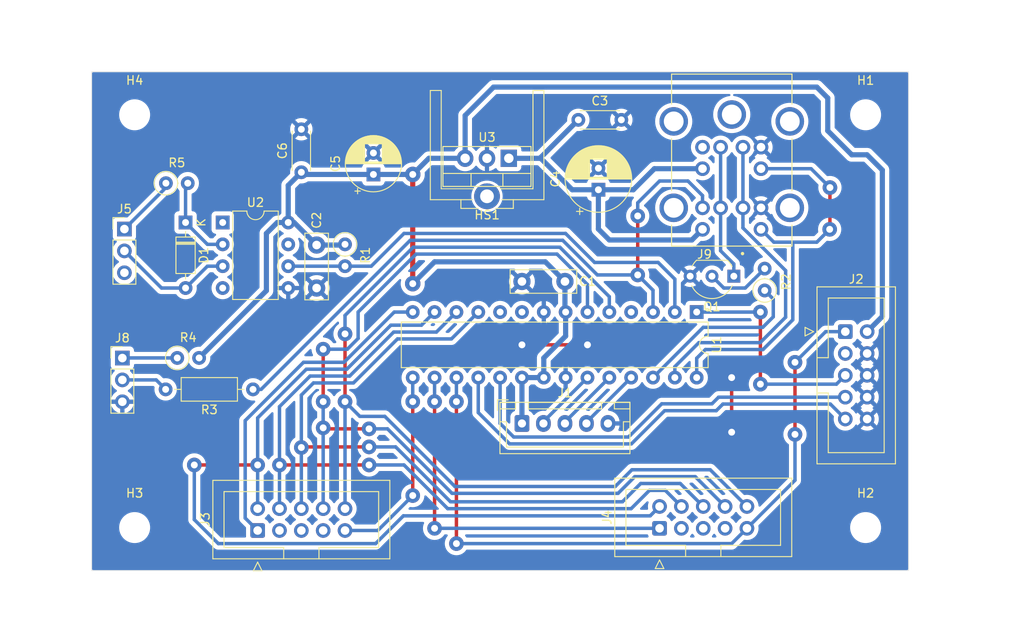
<source format=kicad_pcb>
(kicad_pcb (version 20240108) (generator "pcbnew") (generator_version "8.0")
  (layers (0 "F.Cu" signal) (31 "B.Cu" signal) (34 "B.Paste" user) (35 "F.Paste" user) (36 "B.SilkS" user "B.Silkscreen") (37 "F.SilkS" user "F.Silkscreen") (38 "B.Mask" user) (39 "F.Mask" user) (44 "Edge.Cuts" user))
  (net 0 "")
  (net 1 "MOSI")
  (net 2 "+5V")
  (net 3 "+12V")
  (net 4 "GND")
  (net 5 "Reset")
  (net 6 "SCK")
  (net 7 "MISO")
  (net 8 "Net-(D1-K)")
  (net 9 "Net-(D1-A)")
  (net 11 "Net-(J1-Pin_3)")
  (net 12 "Net-(J1-Pin_4)")
  (net 13 "Net-(J1-Pin_2)")
  (net 15 "Net-(J3-Pin_6)")
  (net 16 "L3")
  (net 17 "Net-(J3-Pin_2)")
  (net 19 "Net-(J3-Pin_4)")
  (net 20 "L2")
  (net 21 "L1")
  (net 22 "RXD")
  (net 23 "Interrupt")
  (net 24 "Net-(Q1-C)")
  (net 25 "TXD")
  (net 26 "Net-(J3-Pin_10)")
  (net 27 "Net-(J3-Pin_8)")
  (net 33 "Net-(J5-Pin_1)")
  (net 35 "SDA")
  (net 36 "SCL")
  (net 37 "Net-(J8-Pin_1)")
  (net 38 "Net-(J8-Pin_2)")
  (net 46 "Net-(Q1-B)")
  (footprint "SnapEDA:SWITCHCRAFT_DMD6FRA111" (layer "F.Cu") (at 184.673 52.339)
    (property "Reference" "J9" (at -3.175 20.955 0) (layer "F.SilkS"))
    (property "Value" "Controller")
    (pad "" np_thru_hole circle (at -6.75 5.5) (size 3.316 3.316) (drill 2.3) (layers "F&B.Cu" "*.Mask"))
    (pad "" np_thru_hole circle (at -6.75 15.55) (size 3.316 3.316) (drill 2.3) (layers "F&B.Cu" "*.Mask"))
    (pad "" np_thru_hole circle (at 0 4.7) (size 3.316 3.316) (drill 2.3) (layers "F&B.Cu" "*.Mask"))
    (pad "" np_thru_hole circle (at 6.75 5.5) (size 3.316 3.316) (drill 2.3) (layers "F&B.Cu" "*.Mask"))
    (pad "" np_thru_hole circle (at 6.75 15.55) (size 3.316 3.316) (drill 2.3) (layers "F&B.Cu" "*.Mask"))
    (pad "1_1" thru_hole circle (at 1.3 8.5) (size 1.7 1.7) (drill 1) (layers "*.Cu" "*.Mask") (net 35 "SDA"))
    (pad "1_2" thru_hole circle (at 1.3 15.55) (size 1.7 1.7) (drill 1) (layers "*.Cu" "*.Mask") (net 35 "SDA"))
    (pad "2_1" thru_hole circle (at -1.3 8.5) (size 1.7 1.7) (drill 1) (layers "*.Cu" "*.Mask") (net 24 "Net-(Q1-C)"))
    (pad "2_2" thru_hole circle (at -1.3 15.55) (size 1.7 1.7) (drill 1) (layers "*.Cu" "*.Mask") (net 24 "Net-(Q1-C)"))
    (pad "3_1" thru_hole circle (at 3.4 8.5) (size 1.7 1.7) (drill 1) (layers "*.Cu" "*.Mask") (net 4 "GND"))
    (pad "3_2" thru_hole circle (at 3.4 15.55) (size 1.7 1.7) (drill 1) (layers "*.Cu" "*.Mask") (net 4 "GND"))
    (pad "4_1" thru_hole circle (at -3.4 8.5) (size 1.7 1.7) (drill 1) (layers "*.Cu" "*.Mask"))
    (pad "4_2" thru_hole circle (at -3.4 15.55) (size 1.7 1.7) (drill 1) (layers "*.Cu" "*.Mask") (net 25 "TXD"))
    (pad "5_1" thru_hole circle (at 3.4 11) (size 1.7 1.7) (drill 1) (layers "*.Cu" "*.Mask") (net 36 "SCL"))
    (pad "5_2" thru_hole circle (at 3.4 18.05) (size 1.7 1.7) (drill 1) (layers "*.Cu" "*.Mask") (net 36 "SCL"))
    (pad "6_1" thru_hole circle (at -3.4 11) (size 1.7 1.7) (drill 1) (layers "*.Cu" "*.Mask") (net 3 "+12V"))
    (pad "6_2" thru_hole circle (at -3.4 18.05) (size 1.7 1.7) (drill 1) (layers "*.Cu" "*.Mask") (net 3 "+12V"))
  )
  (footprint "MountingHole:MountingHole_3mm" (layer "F.Cu") (at 200.236 57.07)
    (property "Reference" "H1" (at 0 -4 0) (layer "F.SilkS"))
    (property "Value" "MountingHole")
    (pad "" np_thru_hole circle (at 0 0) (size 3 3) (drill 3) (layers "*.Cu" "*.Mask"))
  )
  (footprint "Connector_IDC:IDC-Header_2x05_P2.54mm_Vertical" (layer "F.Cu") (at 176.276 105.156 90)
    (property "Reference" "J4" (at 1.27 -6.1 -90) (layer "F.SilkS"))
    (property "Value" "ToeRight")
    (pad "1" thru_hole roundrect (at 0 0 90) (size 1.7 1.7) (drill 1) (layers "*.Cu" "*.Mask") (roundrect_rratio 0.147059) (net 16 "L3"))
    (pad "2" thru_hole circle (at 2.54 0 90) (size 1.7 1.7) (drill 1) (layers "*.Cu" "*.Mask") (net 17 "Net-(J3-Pin_2)"))
    (pad "3" thru_hole circle (at 0 2.54 90) (size 1.7 1.7) (drill 1) (layers "*.Cu" "*.Mask"))
    (pad "4" thru_hole circle (at 2.54 2.54 90) (size 1.7 1.7) (drill 1) (layers "*.Cu" "*.Mask") (net 19 "Net-(J3-Pin_4)"))
    (pad "5" thru_hole circle (at 0 5.08 90) (size 1.7 1.7) (drill 1) (layers "*.Cu" "*.Mask"))
    (pad "6" thru_hole circle (at 2.54 5.08 90) (size 1.7 1.7) (drill 1) (layers "*.Cu" "*.Mask") (net 15 "Net-(J3-Pin_6)"))
    (pad "7" thru_hole circle (at 0 7.62 90) (size 1.7 1.7) (drill 1) (layers "*.Cu" "*.Mask"))
    (pad "8" thru_hole circle (at 2.54 7.62 90) (size 1.7 1.7) (drill 1) (layers "*.Cu" "*.Mask") (net 27 "Net-(J3-Pin_8)"))
    (pad "9" thru_hole circle (at 0 10.16 90) (size 1.7 1.7) (drill 1) (layers "*.Cu" "*.Mask") (net 1 "MOSI"))
    (pad "10" thru_hole circle (at 2.54 10.16 90) (size 1.7 1.7) (drill 1) (layers "*.Cu" "*.Mask") (net 26 "Net-(J3-Pin_10)"))
  )
  (footprint "Connector_IDC:IDC-Header_2x05_P2.54mm_Vertical" (layer "F.Cu") (at 197.8755 82.2865)
    (property "Reference" "J2" (at 1.27 -6.1 0) (layer "F.SilkS"))
    (property "Value" "ISP")
    (pad "1" thru_hole roundrect (at 0 0) (size 1.7 1.7) (drill 1) (layers "*.Cu" "*.Mask") (roundrect_rratio 0.147059) (net 1 "MOSI"))
    (pad "2" thru_hole circle (at 2.54 0) (size 1.7 1.7) (drill 1) (layers "*.Cu" "*.Mask") (net 2 "+5V"))
    (pad "3" thru_hole circle (at 0 2.54) (size 1.7 1.7) (drill 1) (layers "*.Cu" "*.Mask"))
    (pad "4" thru_hole circle (at 2.54 2.54) (size 1.7 1.7) (drill 1) (layers "*.Cu" "*.Mask") (net 4 "GND"))
    (pad "5" thru_hole circle (at 0 5.08) (size 1.7 1.7) (drill 1) (layers "*.Cu" "*.Mask") (net 5 "Reset"))
    (pad "6" thru_hole circle (at 2.54 5.08) (size 1.7 1.7) (drill 1) (layers "*.Cu" "*.Mask") (net 4 "GND"))
    (pad "7" thru_hole circle (at 0 7.62) (size 1.7 1.7) (drill 1) (layers "*.Cu" "*.Mask") (net 6 "SCK"))
    (pad "8" thru_hole circle (at 2.54 7.62) (size 1.7 1.7) (drill 1) (layers "*.Cu" "*.Mask") (net 4 "GND"))
    (pad "9" thru_hole circle (at 0 10.16) (size 1.7 1.7) (drill 1) (layers "*.Cu" "*.Mask") (net 7 "MISO"))
    (pad "10" thru_hole circle (at 2.54 10.16) (size 1.7 1.7) (drill 1) (layers "*.Cu" "*.Mask") (net 4 "GND"))
  )
  (footprint "Resistor_THT:R_Axial_DIN0207_L6.3mm_D2.5mm_P2.54mm_Vertical" (layer "F.Cu") (at 120.192 85.344)
    (property "Reference" "R4" (at 1.27 -2.37 0) (layer "F.SilkS"))
    (property "Value" "220")
    (pad "1" thru_hole circle (at 0 0) (size 1.6 1.6) (drill 0.8) (layers "*.Cu" "*.Mask") (net 37 "Net-(J8-Pin_1)"))
    (pad "2" thru_hole oval (at 2.54 0) (size 1.6 1.6) (drill 0.8) (layers "*.Cu" "*.Mask") (net 2 "+5V"))
  )
  (footprint "Capacitor_THT:CP_Radial_D7.5mm_P2.50mm" (layer "F.Cu") (at 169.164 65.786 90)
    (property "Reference" "C4" (at 1.25 -5 -90) (layer "F.SilkS"))
    (property "Value" "33uF")
    (pad "1" thru_hole rect (at 0 0 90) (size 1.6 1.6) (drill 0.8) (layers "*.Cu" "*.Mask") (net 3 "+12V"))
    (pad "2" thru_hole circle (at 2.5 0 90) (size 1.6 1.6) (drill 0.8) (layers "*.Cu" "*.Mask") (net 4 "GND"))
  )
  (footprint "Capacitor_THT:CP_Radial_D6.3mm_P2.50mm" (layer "F.Cu") (at 143.002 64.008 90)
    (property "Reference" "C5" (at 1.25 -4.4 -90) (layer "F.SilkS"))
    (property "Value" "10uF")
    (pad "1" thru_hole rect (at 0 0 90) (size 1.6 1.6) (drill 0.8) (layers "*.Cu" "*.Mask") (net 2 "+5V"))
    (pad "2" thru_hole circle (at 2.5 0 90) (size 1.6 1.6) (drill 0.8) (layers "*.Cu" "*.Mask") (net 4 "GND"))
  )
  (footprint "Capacitor_THT:C_Disc_D4.3mm_W1.9mm_P5.00mm" (layer "F.Cu") (at 134.62 63.754 90)
    (property "Reference" "C6" (at 2.5 -2.2 -90) (layer "F.SilkS"))
    (property "Value" "100nF")
    (pad "1" thru_hole circle (at 0 0 90) (size 1.6 1.6) (drill 0.8) (layers "*.Cu" "*.Mask") (net 2 "+5V"))
    (pad "2" thru_hole circle (at 5 0 90) (size 1.6 1.6) (drill 0.8) (layers "*.Cu" "*.Mask") (net 4 "GND"))
  )
  (footprint "Resistor_THT:R_Axial_DIN0207_L6.3mm_D2.5mm_P10.16mm_Horizontal" (layer "F.Cu") (at 129 89 180)
    (property "Reference" "R3" (at 5.08 -2.37 180) (layer "F.SilkS"))
    (property "Value" "220")
    (pad "1" thru_hole circle (at 0 0 180) (size 1.6 1.6) (drill 0.8) (layers "*.Cu" "*.Mask") (net 25 "TXD"))
    (pad "2" thru_hole oval (at 10.16 0 180) (size 1.6 1.6) (drill 0.8) (layers "*.Cu" "*.Mask") (net 38 "Net-(J8-Pin_2)"))
  )
  (footprint "MountingHole:MountingHole_3mm" (layer "F.Cu") (at 115.236 57.07)
    (property "Reference" "H4" (at 0 -4 0) (layer "F.SilkS"))
    (property "Value" "MountingHole")
    (pad "" np_thru_hole circle (at 0 0) (size 3 3) (drill 3) (layers "*.Cu" "*.Mask"))
  )
  (footprint "Capacitor_THT:C_Disc_D7.5mm_W2.5mm_P5.00mm" (layer "F.Cu") (at 165.274 76.454 180)
    (property "Reference" "C1" (at -2.62 0 180) (layer "F.SilkS"))
    (property "Value" "100nF")
    (pad "1" thru_hole circle (at 0 0 180) (size 2 2) (drill 1) (layers "*.Cu" "*.Mask") (net 2 "+5V"))
    (pad "2" thru_hole circle (at 5 0 180) (size 2 2) (drill 1) (layers "*.Cu" "*.Mask") (net 4 "GND"))
  )
  (footprint "Connector_JST:JST_XH_B5B-XH-A_1x05_P2.50mm_Vertical" (layer "F.Cu") (at 160.274 92.964)
    (property "Reference" "J1" (at 5 -3.55 0) (layer "F.SilkS"))
    (property "Value" "Swell")
    (pad "1" thru_hole roundrect (at 0 0) (size 1.7 1.95) (drill 0.95) (layers "*.Cu" "*.Mask") (roundrect_rratio 0.147059) (net 2 "+5V"))
    (pad "2" thru_hole oval (at 2.5 0) (size 1.7 1.95) (drill 0.95) (layers "*.Cu" "*.Mask") (net 13 "Net-(J1-Pin_2)"))
    (pad "3" thru_hole oval (at 5 0) (size 1.7 1.95) (drill 0.95) (layers "*.Cu" "*.Mask") (net 11 "Net-(J1-Pin_3)"))
    (pad "4" thru_hole oval (at 7.5 0) (size 1.7 1.95) (drill 0.95) (layers "*.Cu" "*.Mask") (net 12 "Net-(J1-Pin_4)"))
    (pad "5" thru_hole oval (at 10 0) (size 1.7 1.95) (drill 0.95) (layers "*.Cu" "*.Mask") (net 4 "GND"))
  )
  (footprint "Capacitor_THT:C_Disc_D4.3mm_W1.9mm_P5.00mm" (layer "F.Cu") (at 166.831 57.658)
    (property "Reference" "C3" (at 2.5 -2.2 0) (layer "F.SilkS"))
    (property "Value" "330nF")
    (pad "1" thru_hole circle (at 0 0) (size 1.6 1.6) (drill 0.8) (layers "*.Cu" "*.Mask") (net 3 "+12V"))
    (pad "2" thru_hole circle (at 5 0) (size 1.6 1.6) (drill 0.8) (layers "*.Cu" "*.Mask") (net 4 "GND"))
  )
  (footprint "Package_TO_SOT_THT:TO-220-3_Vertical" (layer "F.Cu") (at 158.74755 62.13085 180)
    (property "Reference" "U3" (at 2.53755 2.44085 180) (layer "F.SilkS"))
    (property "Value" "L7805")
    (pad "1" thru_hole rect (at 0 0 180) (size 1.905 2) (drill 1.1) (layers "*.Cu" "*.Mask") (net 3 "+12V"))
    (pad "2" thru_hole oval (at 2.54 0 180) (size 1.905 2) (drill 1.1) (layers "*.Cu" "*.Mask") (net 4 "GND"))
    (pad "3" thru_hole oval (at 5.08 0 180) (size 1.905 2) (drill 1.1) (layers "*.Cu" "*.Mask") (net 2 "+5V"))
  )
  (footprint "MountingHole:MountingHole_3mm" (layer "F.Cu") (at 115.236 105.07)
    (property "Reference" "H3" (at 0 -4 0) (layer "F.SilkS"))
    (property "Value" "MountingHole")
    (pad "" np_thru_hole circle (at 0 0) (size 3 3) (drill 3) (layers "*.Cu" "*.Mask"))
  )
  (footprint "Resistor_THT:R_Axial_DIN0207_L6.3mm_D2.5mm_P2.54mm_Vertical" (layer "F.Cu") (at 188.5 77.5 90)
    (property "Reference" "R2" (at 1 2.5 90) (layer "F.SilkS"))
    (property "Value" "4k7")
    (pad "1" thru_hole circle (at 0 0 90) (size 1.6 1.6) (drill 0.8) (layers "*.Cu" "*.Mask") (net 23 "Interrupt"))
    (pad "2" thru_hole oval (at 2.54 0 90) (size 1.6 1.6) (drill 0.8) (layers "*.Cu" "*.Mask") (net 46 "Net-(Q1-B)"))
  )
  (footprint "Custom_Heatsinks:Heatsink_Aavid_TO-220_H12.7mm" (layer "F.Cu") (at 156.2227 65.6717 180)
    (property "Reference" "HS1" (at 0 -3.048 180) (layer "F.SilkS"))
    (property "Value" "Heatsink_Pad")
    (pad "1" thru_hole circle (at 0.0127 -0.8763 180) (size 3 3) (drill 1.6) (layers "*.Cu" "*.Mask") (clearance 0.3))
  )
  (footprint "Connector_PinHeader_2.54mm:PinHeader_1x03_P2.54mm_Vertical" (layer "F.Cu") (at 114.046 70.358)
    (property "Reference" "J5" (at 0 -2.33 0) (layer "F.SilkS"))
    (property "Value" "MIDI In")
    (pad "1" thru_hole rect (at 0 0) (size 1.7 1.7) (drill 1) (layers "*.Cu" "*.Mask") (net 33 "Net-(J5-Pin_1)"))
    (pad "2" thru_hole oval (at 0 2.54) (size 1.7 1.7) (drill 1) (layers "*.Cu" "*.Mask") (net 9 "Net-(D1-A)"))
    (pad "3" thru_hole oval (at 0 5.08) (size 1.7 1.7) (drill 1) (layers "*.Cu" "*.Mask"))
  )
  (footprint "Package_DIP:DIP-28_W7.62mm" (layer "F.Cu") (at 180.594 80.01 -90)
    (property "Reference" "U1" (at 3.81 -2.33 90) (layer "F.SilkS"))
    (property "Value" "ATmega48-20P")
    (pad "1" thru_hole rect (at 0 0 270) (size 1.6 1.6) (drill 0.8) (layers "*.Cu" "*.Mask") (net 5 "Reset"))
    (pad "2" thru_hole oval (at 0 2.54 270) (size 1.6 1.6) (drill 0.8) (layers "*.Cu" "*.Mask") (net 22 "RXD"))
    (pad "3" thru_hole oval (at 0 5.08 270) (size 1.6 1.6) (drill 0.8) (layers "*.Cu" "*.Mask") (net 25 "TXD"))
    (pad "4" thru_hole oval (at 0 7.62 270) (size 1.6 1.6) (drill 0.8) (layers "*.Cu" "*.Mask"))
    (pad "5" thru_hole oval (at 0 10.16 270) (size 1.6 1.6) (drill 0.8) (layers "*.Cu" "*.Mask") (net 26 "Net-(J3-Pin_10)"))
    (pad "6" thru_hole oval (at 0 12.7 270) (size 1.6 1.6) (drill 0.8) (layers "*.Cu" "*.Mask") (net 27 "Net-(J3-Pin_8)"))
    (pad "7" thru_hole oval (at 0 15.24 270) (size 1.6 1.6) (drill 0.8) (layers "*.Cu" "*.Mask") (net 2 "+5V"))
    (pad "8" thru_hole oval (at 0 17.78 270) (size 1.6 1.6) (drill 0.8) (layers "*.Cu" "*.Mask") (net 4 "GND"))
    (pad "9" thru_hole oval (at 0 20.32 270) (size 1.6 1.6) (drill 0.8) (layers "*.Cu" "*.Mask"))
    (pad "10" thru_hole oval (at 0 22.86 270) (size 1.6 1.6) (drill 0.8) (layers "*.Cu" "*.Mask"))
    (pad "11" thru_hole oval (at 0 25.4 270) (size 1.6 1.6) (drill 0.8) (layers "*.Cu" "*.Mask") (net 15 "Net-(J3-Pin_6)"))
    (pad "12" thru_hole oval (at 0 27.94 270) (size 1.6 1.6) (drill 0.8) (layers "*.Cu" "*.Mask") (net 19 "Net-(J3-Pin_4)"))
    (pad "13" thru_hole oval (at 0 30.48 270) (size 1.6 1.6) (drill 0.8) (layers "*.Cu" "*.Mask") (net 17 "Net-(J3-Pin_2)"))
    (pad "14" thru_hole oval (at 0 33.02 270) (size 1.6 1.6) (drill 0.8) (layers "*.Cu" "*.Mask") (net 21 "L1"))
    (pad "15" thru_hole oval (at 7.62 33.02 270) (size 1.6 1.6) (drill 0.8) (layers "*.Cu" "*.Mask") (net 20 "L2"))
    (pad "16" thru_hole oval (at 7.62 30.48 270) (size 1.6 1.6) (drill 0.8) (layers "*.Cu" "*.Mask") (net 16 "L3"))
    (pad "17" thru_hole oval (at 7.62 27.94 270) (size 1.6 1.6) (drill 0.8) (layers "*.Cu" "*.Mask") (net 1 "MOSI"))
    (pad "18" thru_hole oval (at 7.62 25.4 270) (size 1.6 1.6) (drill 0.8) (layers "*.Cu" "*.Mask") (net 7 "MISO"))
    (pad "19" thru_hole oval (at 7.62 22.86 270) (size 1.6 1.6) (drill 0.8) (layers "*.Cu" "*.Mask") (net 6 "SCK"))
    (pad "20" thru_hole oval (at 7.62 20.32 270) (size 1.6 1.6) (drill 0.8) (layers "*.Cu" "*.Mask") (net 2 "+5V"))
    (pad "21" thru_hole oval (at 7.62 17.78 270) (size 1.6 1.6) (drill 0.8) (layers "*.Cu" "*.Mask") (net 2 "+5V"))
    (pad "22" thru_hole oval (at 7.62 15.24 270) (size 1.6 1.6) (drill 0.8) (layers "*.Cu" "*.Mask") (net 4 "GND"))
    (pad "23" thru_hole oval (at 7.62 12.7 270) (size 1.6 1.6) (drill 0.8) (layers "*.Cu" "*.Mask") (net 13 "Net-(J1-Pin_2)"))
    (pad "24" thru_hole oval (at 7.62 10.16 270) (size 1.6 1.6) (drill 0.8) (layers "*.Cu" "*.Mask") (net 11 "Net-(J1-Pin_3)"))
    (pad "25" thru_hole oval (at 7.62 7.62 270) (size 1.6 1.6) (drill 0.8) (layers "*.Cu" "*.Mask") (net 12 "Net-(J1-Pin_4)"))
    (pad "26" thru_hole oval (at 7.62 5.08 270) (size 1.6 1.6) (drill 0.8) (layers "*.Cu" "*.Mask") (net 23 "Interrupt"))
    (pad "27" thru_hole oval (at 7.62 2.54 270) (size 1.6 1.6) (drill 0.8) (layers "*.Cu" "*.Mask") (net 35 "SDA"))
    (pad "28" thru_hole oval (at 7.62 0 270) (size 1.6 1.6) (drill 0.8) (layers "*.Cu" "*.Mask") (net 36 "SCL"))
  )
  (footprint "Connector_PinHeader_2.54mm:PinHeader_1x03_P2.54mm_Vertical" (layer "F.Cu") (at 113.807 85.359)
    (property "Reference" "J8" (at 0 -2.33 0) (layer "F.SilkS"))
    (property "Value" "MIDI Out")
    (pad "1" thru_hole rect (at 0 0) (size 1.7 1.7) (drill 1) (layers "*.Cu" "*.Mask") (net 37 "Net-(J8-Pin_1)"))
    (pad "2" thru_hole oval (at 0 2.54) (size 1.7 1.7) (drill 1) (layers "*.Cu" "*.Mask") (net 38 "Net-(J8-Pin_2)"))
    (pad "3" thru_hole oval (at 0 5.08) (size 1.7 1.7) (drill 1) (layers "*.Cu" "*.Mask") (net 4 "GND"))
  )
  (footprint "Package_TO_SOT_THT:TO-92_Inline_Wide" (layer "F.Cu") (at 184.912 75.84 180)
    (property "Reference" "Q1" (at 2.54 -3.56 180) (layer "F.SilkS"))
    (property "Value" "BC547")
    (pad "1" thru_hole rect (at 0 0 180) (size 1.5 1.5) (drill 0.8) (layers "*.Cu" "*.Mask") (net 24 "Net-(Q1-C)"))
    (pad "2" thru_hole circle (at 2.54 0 180) (size 1.5 1.5) (drill 0.8) (layers "*.Cu" "*.Mask") (net 46 "Net-(Q1-B)"))
    (pad "3" thru_hole circle (at 5.08 0 180) (size 1.5 1.5) (drill 0.8) (layers "*.Cu" "*.Mask") (net 4 "GND"))
  )
  (footprint "Resistor_THT:R_Axial_DIN0207_L6.3mm_D2.5mm_P2.54mm_Vertical" (layer "F.Cu") (at 139.7 72.136 -90)
    (property "Reference" "R1" (at 1.27 -2.37 -90) (layer "F.SilkS"))
    (property "Value" "10k")
    (pad "1" thru_hole circle (at 0 0 270) (size 1.6 1.6) (drill 0.8) (layers "*.Cu" "*.Mask") (net 2 "+5V"))
    (pad "2" thru_hole oval (at 2.54 0 270) (size 1.6 1.6) (drill 0.8) (layers "*.Cu" "*.Mask") (net 22 "RXD"))
  )
  (footprint "MountingHole:MountingHole_3mm" (layer "F.Cu") (at 200.236 105.07)
    (property "Reference" "H2" (at 0 -4 0) (layer "F.SilkS"))
    (property "Value" "MountingHole")
    (pad "" np_thru_hole circle (at 0 0) (size 3 3) (drill 3) (layers "*.Cu" "*.Mask"))
  )
  (footprint "Capacitor_THT:C_Disc_D7.5mm_W2.5mm_P5.00mm" (layer "F.Cu") (at 136.398 72.216 -90)
    (property "Reference" "C2" (at -2.874 0 90) (layer "F.SilkS"))
    (property "Value" "100nF")
    (pad "1" thru_hole circle (at 0 0 270) (size 2 2) (drill 1) (layers "*.Cu" "*.Mask") (net 2 "+5V"))
    (pad "2" thru_hole circle (at 5 0 270) (size 2 2) (drill 1) (layers "*.Cu" "*.Mask") (net 4 "GND"))
  )
  (footprint "Diode_THT:D_DO-35_SOD27_P7.62mm_Horizontal" (layer "F.Cu") (at 121.158 69.596 -90)
    (property "Reference" "D1" (at 3.81 -2.12 90) (layer "F.SilkS"))
    (property "Value" "1N4148")
    (fp_text user "K" (at 0 -1.8 90) (layer "F.SilkS"))
    (pad "1" thru_hole rect (at 0 0 270) (size 1.6 1.6) (drill 0.8) (layers "*.Cu" "*.Mask") (net 8 "Net-(D1-K)"))
    (pad "2" thru_hole oval (at 7.62 0 270) (size 1.6 1.6) (drill 0.8) (layers "*.Cu" "*.Mask") (net 9 "Net-(D1-A)"))
  )
  (footprint "Resistor_THT:R_Axial_DIN0207_L6.3mm_D2.5mm_P2.54mm_Vertical" (layer "F.Cu") (at 118.872 65.024)
    (property "Reference" "R5" (at 1.27 -2.37 0) (layer "F.SilkS"))
    (property "Value" "220")
    (pad "1" thru_hole circle (at 0 0) (size 1.6 1.6) (drill 0.8) (layers "*.Cu" "*.Mask") (net 33 "Net-(J5-Pin_1)"))
    (pad "2" thru_hole oval (at 2.54 0) (size 1.6 1.6) (drill 0.8) (layers "*.Cu" "*.Mask") (net 8 "Net-(D1-K)"))
  )
  (footprint "Package_DIP:DIP-8_W7.62mm" (layer "F.Cu") (at 125.476 69.596)
    (property "Reference" "U2" (at 3.81 -2.33 0) (layer "F.SilkS"))
    (property "Value" "6N137")
    (pad "1" thru_hole rect (at 0 0) (size 1.6 1.6) (drill 0.8) (layers "*.Cu" "*.Mask"))
    (pad "2" thru_hole oval (at 0 2.54) (size 1.6 1.6) (drill 0.8) (layers "*.Cu" "*.Mask") (net 8 "Net-(D1-K)"))
    (pad "3" thru_hole oval (at 0 5.08) (size 1.6 1.6) (drill 0.8) (layers "*.Cu" "*.Mask") (net 9 "Net-(D1-A)"))
    (pad "4" thru_hole oval (at 0 7.62) (size 1.6 1.6) (drill 0.8) (layers "*.Cu" "*.Mask"))
    (pad "5" thru_hole oval (at 7.62 7.62) (size 1.6 1.6) (drill 0.8) (layers "*.Cu" "*.Mask") (net 4 "GND"))
    (pad "6" thru_hole oval (at 7.62 5.08) (size 1.6 1.6) (drill 0.8) (layers "*.Cu" "*.Mask") (net 22 "RXD"))
    (pad "7" thru_hole oval (at 7.62 2.54) (size 1.6 1.6) (drill 0.8) (layers "*.Cu" "*.Mask"))
    (pad "8" thru_hole oval (at 7.62 0) (size 1.6 1.6) (drill 0.8) (layers "*.Cu" "*.Mask") (net 2 "+5V"))
  )
  (footprint "Connector_IDC:IDC-Header_2x05_P2.54mm_Vertical" (layer "F.Cu") (at 129.54 105.41 90)
    (property "Reference" "J3" (at 1.27 -6.1 -90) (layer "F.SilkS"))
    (property "Value" "ToeLeft")
    (pad "1" thru_hole roundrect (at 0 0 90) (size 1.7 1.7) (drill 1) (layers "*.Cu" "*.Mask") (roundrect_rratio 0.147059) (net 21 "L1"))
    (pad "2" thru_hole circle (at 2.54 0 90) (size 1.7 1.7) (drill 1) (layers "*.Cu" "*.Mask") (net 17 "Net-(J3-Pin_2)"))
    (pad "3" thru_hole circle (at 0 2.54 90) (size 1.7 1.7) (drill 1) (layers "*.Cu" "*.Mask"))
    (pad "4" thru_hole circle (at 2.54 2.54 90) (size 1.7 1.7) (drill 1) (layers "*.Cu" "*.Mask") (net 19 "Net-(J3-Pin_4)"))
    (pad "5" thru_hole circle (at 0 5.08 90) (size 1.7 1.7) (drill 1) (layers "*.Cu" "*.Mask"))
    (pad "6" thru_hole circle (at 2.54 5.08 90) (size 1.7 1.7) (drill 1) (layers "*.Cu" "*.Mask") (net 15 "Net-(J3-Pin_6)"))
    (pad "7" thru_hole circle (at 0 7.62 90) (size 1.7 1.7) (drill 1) (layers "*.Cu" "*.Mask"))
    (pad "8" thru_hole circle (at 2.54 7.62 90) (size 1.7 1.7) (drill 1) (layers "*.Cu" "*.Mask") (net 27 "Net-(J3-Pin_8)"))
    (pad "9" thru_hole circle (at 0 10.16 90) (size 1.7 1.7) (drill 1) (layers "*.Cu" "*.Mask") (net 20 "L2"))
    (pad "10" thru_hole circle (at 2.54 10.16 90) (size 1.7 1.7) (drill 1) (layers "*.Cu" "*.Mask") (net 26 "Net-(J3-Pin_10)"))
  )
  (gr_rect (start 110.236 52.07) (end 205.236 110.07) (stroke (width 0.05)) (fill none) (layer "Edge.Cuts"))
  (segment (start 152.654 106.934) (end 152.654 90.424) (width 0.4) (layer "F.Cu") (net 1))
  (segment (start 192.024 94.234) (end 192.024 85.852) (width 0.4) (layer "F.Cu") (net 1))
  (via (at 192.024 85.852) (size 1.7) (drill 0.8) (layers "F.Cu" "B.Cu") (net 1))
  (via (at 152.654 106.934) (size 1.7) (drill 0.8) (layers "F.Cu" "B.Cu") (net 1))
  (via (at 152.654 90.424) (size 1.7) (drill 0.8) (layers "F.Cu" "B.Cu") (net 1))
  (via (at 192.024 94.234) (size 1.7) (drill 0.8) (layers "F.Cu" "B.Cu") (net 1))
  (segment (start 192.024 99.568) (end 186.436 105.156) (width 0.4) (layer "B.Cu") (net 1))
  (segment (start 186.436 105.156) (end 184.658 106.934) (width 0.4) (layer "B.Cu") (net 1))
  (segment (start 192.024 85.852) (end 195.5895 82.2865) (width 0.4) (layer "B.Cu") (net 1))
  (segment (start 192.024 94.234) (end 192.024 99.568) (width 0.4) (layer "B.Cu") (net 1))
  (segment (start 152.654 90.424) (end 152.654 87.63) (width 0.4) (layer "B.Cu") (net 1))
  (segment (start 184.658 106.934) (end 152.654 106.934) (width 0.4) (layer "B.Cu") (net 1))
  (segment (start 195.5895 82.2865) (end 197.8755 82.2865) (width 0.4) (layer "B.Cu") (net 1))
  (segment (start 147.574 64.008) (end 147.574 63.754) (width 0.6) (layer "F.Cu") (net 2))
  (segment (start 147.574 64.008) (end 147.574 76.708) (width 0.6) (layer "F.Cu") (net 2))
  (via (at 147.574 64.008) (size 1.8) (drill 0.8) (layers "F.Cu" "B.Cu") (net 2))
  (via (at 147.574 76.708) (size 1.8) (drill 0.8) (layers "F.Cu" "B.Cu") (net 2))
  (segment (start 200.406 61.722) (end 202.184 63.5) (width 0.6) (layer "B.Cu") (net 2))
  (segment (start 133.096 69.596) (end 133.096 65.278) (width 0.6) (layer "B.Cu") (net 2))
  (segment (start 162.814 87.63) (end 160.274 87.63) (width 0.6) (layer "B.Cu") (net 2))
  (segment (start 136.398 72.216) (end 139.62 72.216) (width 0.6) (layer "B.Cu") (net 2))
  (segment (start 133.096 69.596) (end 133.778 69.596) (width 0.6) (layer "B.Cu") (net 2))
  (segment (start 195.834 58.928) (end 198.628 61.722) (width 0.6) (layer "B.Cu") (net 2))
  (segment (start 150.114 74.168) (end 162.988 74.168) (width 0.6) (layer "B.Cu") (net 2))
  (segment (start 194.564 53.848) (end 195.834 55.118) (width 0.6) (layer "B.Cu") (net 2))
  (segment (start 133.778 69.596) (end 136.398 72.216) (width 0.6) (layer "B.Cu") (net 2))
  (segment (start 165.274 76.454) (end 165.274 79.93) (width 0.6) (layer "B.Cu") (net 2))
  (segment (start 131.826 69.596) (end 133.096 69.596) (width 0.6) (layer "B.Cu") (net 2))
  (segment (start 143.002 64.008) (end 134.874 64.008) (width 0.6) (layer "B.Cu") (net 2))
  (segment (start 162.988 74.168) (end 165.274 76.454) (width 0.6) (layer "B.Cu") (net 2))
  (segment (start 165.354 82.804) (end 165.354 80.01) (width 0.6) (layer "B.Cu") (net 2))
  (segment (start 156.972 53.848) (end 194.564 53.848) (width 0.6) (layer "B.Cu") (net 2))
  (segment (start 147.574 64.008) (end 149.45115 62.13085) (width 0.6) (layer "B.Cu") (net 2))
  (segment (start 122.732 85.344) (end 130.556 77.52) (width 0.6) (layer "B.Cu") (net 2))
  (segment (start 202.184 80.518) (end 200.4155 82.2865) (width 0.6) (layer "B.Cu") (net 2))
  (segment (start 133.096 65.278) (end 134.62 63.754) (width 0.6) (layer "B.Cu") (net 2))
  (segment (start 130.556 70.866) (end 131.826 69.596) (width 0.6) (layer "B.Cu") (net 2))
  (segment (start 147.574 64.008) (end 143.002 64.008) (width 0.6) (layer "B.Cu") (net 2))
  (segment (start 198.628 61.722) (end 200.406 61.722) (width 0.6) (layer "B.Cu") (net 2))
  (segment (start 149.45115 62.13085) (end 153.66755 62.13085) (width 0.6) (layer "B.Cu") (net 2))
  (segment (start 195.834 55.118) (end 195.834 58.928) (width 0.6) (layer "B.Cu") (net 2))
  (segment (start 160.274 87.63) (end 160.274 92.964) (width 0.6) (layer "B.Cu") (net 2))
  (segment (start 202.184 63.5) (end 202.184 80.518) (width 0.6) (layer "B.Cu") (net 2))
  (segment (start 162.814 85.344) (end 165.354 82.804) (width 0.6) (layer "B.Cu") (net 2))
  (segment (start 153.66755 62.13085) (end 153.66755 57.15245) (width 0.6) (layer "B.Cu") (net 2))
  (segment (start 153.66755 57.15245) (end 156.972 53.848) (width 0.6) (layer "B.Cu") (net 2))
  (segment (start 162.814 87.63) (end 162.814 85.344) (width 0.6) (layer "B.Cu") (net 2))
  (segment (start 130.556 77.52) (end 130.556 70.866) (width 0.6) (layer "B.Cu") (net 2))
  (segment (start 147.574 76.708) (end 150.114 74.168) (width 0.6) (layer "B.Cu") (net 2))
  (segment (start 162.46085 62.13085) (end 166.116 65.786) (width 0.6) (layer "B.Cu") (net 3))
  (segment (start 181.273 63.339) (end 175.675 63.339) (width 0.6) (layer "B.Cu") (net 3))
  (segment (start 169.164 70.358) (end 169.164 65.786) (width 0.6) (layer "B.Cu") (net 3))
  (segment (start 181.273 70.389) (end 180.034 71.628) (width 0.6) (layer "B.Cu") (net 3))
  (segment (start 170.434 71.628) (end 169.164 70.358) (width 0.6) (layer "B.Cu") (net 3))
  (segment (start 173.228 65.786) (end 169.164 65.786) (width 0.6) (layer "B.Cu") (net 3))
  (segment (start 166.831 57.658) (end 162.46085 62.02815) (width 0.6) (layer "B.Cu") (net 3))
  (segment (start 175.675 63.339) (end 173.228 65.786) (width 0.6) (layer "B.Cu") (net 3))
  (segment (start 158.74755 62.13085) (end 162.46085 62.13085) (width 0.6) (layer "B.Cu") (net 3))
  (segment (start 180.034 71.628) (end 170.434 71.628) (width 0.6) (layer "B.Cu") (net 3))
  (segment (start 162.46085 62.02815) (end 162.46085 62.13085) (width 0.6) (layer "B.Cu") (net 3))
  (segment (start 166.116 65.786) (end 169.164 65.786) (width 0.6) (layer "B.Cu") (net 3))
  (segment (start 160.274 83.82) (end 167.894 83.82) (width 0.4) (layer "F.Cu") (net 4))
  (segment (start 184.658 93.98) (end 184.658 87.63) (width 0.4) (layer "F.Cu") (net 4))
  (via (at 160.274 83.82) (size 1.7) (drill 0.8) (layers "F.Cu" "B.Cu") (net 4))
  (via (at 167.894 83.82) (size 1.7) (drill 0.8) (layers "F.Cu" "B.Cu") (net 4))
  (via (at 184.658 93.98) (size 1.7) (drill 0.8) (layers "F.Cu" "B.Cu") (net 4))
  (via (at 184.658 87.63) (size 1.7) (drill 0.8) (layers "F.Cu" "B.Cu") (net 4))
  (segment (start 188 80.01) (end 188 88.392) (width 0.4) (layer "F.Cu") (net 5))
  (via (at 188 88.392) (size 1.7) (drill 0.8) (layers "F.Cu" "B.Cu") (net 5))
  (via (at 188 80.01) (size 1.7) (drill 0.8) (layers "F.Cu" "B.Cu") (net 5))
  (segment (start 188 88.392) (end 196.85 88.392) (width 0.4) (layer "B.Cu") (net 5))
  (segment (start 180.594 80.01) (end 188 80.01) (width 0.4) (layer "B.Cu") (net 5))
  (segment (start 196.85 88.392) (end 197.8755 87.3665) (width 0.4) (layer "B.Cu") (net 5))
  (segment (start 157.734 92.95801) (end 159.31499 94.539) (width 0.4) (layer "B.Cu") (net 6))
  (segment (start 183.1435 89.9065) (end 182.372 90.678) (width 0.4) (layer "B.Cu") (net 6))
  (segment (start 159.31499 94.539) (end 172.669 94.539) (width 0.4) (layer "B.Cu") (net 6))
  (segment (start 197.8755 89.9065) (end 183.1435 89.9065) (width 0.4) (layer "B.Cu") (net 6))
  (segment (start 172.669 94.539) (end 176.53 90.678) (width 0.4) (layer "B.Cu") (net 6))
  (segment (start 182.372 90.678) (end 176.53 90.678) (width 0.4) (layer "B.Cu") (net 6))
  (segment (start 157.734 87.63) (end 157.734 92.95801) (width 0.4) (layer "B.Cu") (net 6))
  (segment (start 196.1355 90.7065) (end 197.8755 92.4465) (width 0.4) (layer "B.Cu") (net 7))
  (segment (start 183.642 90.7065) (end 196.1355 90.7065) (width 0.4) (layer "B.Cu") (net 7))
  (segment (start 176.86137 91.478) (end 182.8705 91.478) (width 0.4) (layer "B.Cu") (net 7))
  (segment (start 155.194 91.694) (end 155.194 87.63) (width 0.4) (layer "B.Cu") (net 7))
  (segment (start 155.194 91.694) (end 158.839 95.339) (width 0.4) (layer "B.Cu") (net 7))
  (segment (start 173.00037 95.339) (end 176.86137 91.478) (width 0.4) (layer "B.Cu") (net 7))
  (segment (start 158.839 95.339) (end 173.00037 95.339) (width 0.4) (layer "B.Cu") (net 7))
  (segment (start 182.8705 91.478) (end 183.642 90.7065) (width 0.4) (layer "B.Cu") (net 7))
  (segment (start 125.476 72.136) (end 123.698 72.136) (width 0.4) (layer "B.Cu") (net 8))
  (segment (start 123.698 72.136) (end 121.158 69.596) (width 0.4) (layer "B.Cu") (net 8))
  (segment (start 121.158 69.596) (end 121.158 65.278) (width 0.4) (layer "B.Cu") (net 8))
  (segment (start 125.476 74.676) (end 123.698 74.676) (width 0.4) (layer "B.Cu") (net 9))
  (segment (start 121.158 77.216) (end 118.364 77.216) (width 0.4) (layer "B.Cu") (net 9))
  (segment (start 123.698 74.676) (end 121.158 77.216) (width 0.4) (layer "B.Cu") (net 9))
  (segment (start 118.364 77.216) (end 114.046 72.898) (width 0.4) (layer "B.Cu") (net 9))
  (segment (start 170.434 87.63) (end 165.274 92.79) (width 0.4) (layer "B.Cu") (net 11))
  (segment (start 172.974 87.63) (end 167.774 92.83) (width 0.4) (layer "B.Cu") (net 12))
  (segment (start 167.894 87.63) (end 162.774 92.75) (width 0.4) (layer "B.Cu") (net 13))
  (segment (start 134.688003 95.689997) (end 134.62 95.758) (width 0.4) (layer "F.Cu") (net 15))
  (segment (start 142.494 95.689997) (end 134.688003 95.689997) (width 0.4) (layer "F.Cu") (net 15))
  (via (at 134.62 95.758) (size 1.7) (drill 0.8) (layers "F.Cu" "B.Cu") (net 15))
  (via (at 142.494 95.689997) (size 1.7) (drill 0.8) (layers "F.Cu" "B.Cu") (net 15))
  (segment (start 134.62 95.758) (end 134.62 89.662) (width 0.4) (layer "B.Cu") (net 15))
  (segment (start 181.356 102.616) (end 178.68539 99.94539) (width 0.4) (layer "B.Cu") (net 15))
  (segment (start 136.03 88.252) (end 140.678 88.252) (width 0.4) (layer "B.Cu") (net 15))
  (segment (start 145.796 83.134) (end 152.07 83.134) (width 0.4) (layer "B.Cu") (net 15))
  (segment (start 140.678 88.252) (end 145.796 83.134) (width 0.4) (layer "B.Cu") (net 15))
  (segment (start 145.589368 95.689997) (end 151.96937 102.07) (width 0.4) (layer "B.Cu") (net 15))
  (segment (start 174.08261 99.94539) (end 171.958 102.07) (width 0.4) (layer "B.Cu") (net 15))
  (segment (start 134.62 89.662) (end 136.03 88.252) (width 0.4) (layer "B.Cu") (net 15))
  (segment (start 134.62 102.87) (end 134.62 95.758) (width 0.4) (layer "B.Cu") (net 15))
  (segment (start 152.07 83.134) (end 155.194 80.01) (width 0.4) (layer "B.Cu") (net 15))
  (segment (start 178.68539 99.94539) (end 174.08261 99.94539) (width 0.4) (layer "B.Cu") (net 15))
  (segment (start 145.589368 95.689997) (end 142.494 95.689997) (width 0.4) (layer "B.Cu") (net 15))
  (segment (start 151.96937 102.07) (end 171.958 102.07) (width 0.4) (layer "B.Cu") (net 15))
  (segment (start 150.114 105.156) (end 150.114 90.424) (width 0.4) (layer "F.Cu") (net 16))
  (via (at 150.114 105.156) (size 1.7) (drill 0.8) (layers "F.Cu" "B.Cu") (net 16))
  (via (at 150.114 90.424) (size 1.7) (drill 0.8) (layers "F.Cu" "B.Cu") (net 16))
  (segment (start 150.114 90.424) (end 150.114 87.63) (width 0.4) (layer "B.Cu") (net 16))
  (segment (start 176.276 105.156) (end 150.114 105.156) (width 0.4) (layer "B.Cu") (net 16))
  (segment (start 122.174 97.79) (end 129.54 97.79) (width 0.4) (layer "F.Cu") (net 17))
  (via (at 122.174 97.79) (size 1.7) (drill 0.8) (layers "F.Cu" "B.Cu") (net 17))
  (via (at 129.54 97.79) (size 1.7) (drill 0.8) (layers "F.Cu" "B.Cu") (net 17))
  (segment (start 145.02935 81.534) (end 148.59 81.534) (width 0.4) (layer "B.Cu") (net 17))
  (segment (start 175.186 103.706) (end 146.484 103.706) (width 0.4) (layer "B.Cu") (net 17))
  (segment (start 122.174 104.14) (end 122.174 97.79) (width 0.4) (layer "B.Cu") (net 17))
  (segment (start 129.54 92.31737) (end 135.20537 86.652) (width 0.4) (layer "B.Cu") (net 17))
  (segment (start 124.968 106.934) (end 122.174 104.14) (width 0.4) (layer "B.Cu") (net 17))
  (segment (start 143.256 106.934) (end 124.968 106.934) (width 0.4) (layer "B.Cu") (net 17))
  (segment (start 148.59 81.534) (end 150.114 80.01) (width 0.4) (layer "B.Cu") (net 17))
  (segment (start 176.276 102.616) (end 175.186 103.706) (width 0.4) (layer "B.Cu") (net 17))
  (segment (start 129.54 97.79) (end 129.54 92.31737) (width 0.4) (layer "B.Cu") (net 17))
  (segment (start 135.20537 86.652) (end 139.911351 86.652) (width 0.4) (layer "B.Cu") (net 17))
  (segment (start 146.484 103.706) (end 143.256 106.934) (width 0.4) (layer "B.Cu") (net 17))
  (segment (start 139.911351 86.652) (end 145.02935 81.534) (width 0.4) (layer "B.Cu") (net 17))
  (segment (start 129.54 102.87) (end 129.54 97.79) (width 0.4) (layer "B.Cu") (net 17))
  (segment (start 142.494 97.79) (end 132.08 97.79) (width 0.4) (layer "F.Cu") (net 19))
  (via (at 132.08 97.79) (size 1.7) (drill 0.8) (layers "F.Cu" "B.Cu") (net 19))
  (via (at 142.494 97.79) (size 1.7) (drill 0.8) (layers "F.Cu" "B.Cu") (net 19))
  (segment (start 145.36072 82.334) (end 150.33 82.334) (width 0.4) (layer "B.Cu") (net 19))
  (segment (start 132.08 102.87) (end 132.08 97.79) (width 0.4) (layer "B.Cu") (net 19))
  (segment (start 132.08 91.008) (end 135.636 87.452) (width 0.4) (layer "B.Cu") (net 19))
  (segment (start 151.638 102.87) (end 146.558 97.79) (width 0.4) (layer "B.Cu") (net 19))
  (segment (start 150.33 82.334) (end 152.654 80.01) (width 0.4) (layer "B.Cu") (net 19))
  (segment (start 178.816 102.616) (end 176.94539 100.74539) (width 0.4) (layer "B.Cu") (net 19))
  (segment (start 151.638 102.87) (end 172.974 102.87) (width 0.4) (layer "B.Cu") (net 19))
  (segment (start 146.558 97.79) (end 142.494 97.79) (width 0.4) (layer "B.Cu") (net 19))
  (segment (start 140.242721 87.452) (end 145.36072 82.334) (width 0.4) (layer "B.Cu") (net 19))
  (segment (start 176.94539 100.74539) (end 175.09861 100.74539) (width 0.4) (layer "B.Cu") (net 19))
  (segment (start 132.08 97.79) (end 132.08 91.008) (width 0.4) (layer "B.Cu") (net 19))
  (segment (start 135.636 87.452) (end 140.242721 87.452) (width 0.4) (layer "B.Cu") (net 19))
  (segment (start 175.09861 100.74539) (end 172.974 102.87) (width 0.4) (layer "B.Cu") (net 19))
  (segment (start 147.574 101.346) (end 147.574 90.424) (width 0.4) (layer "F.Cu") (net 20))
  (via (at 147.574 101.346) (size 1.7) (drill 0.8) (layers "F.Cu" "B.Cu") (net 20))
  (via (at 147.574 90.424) (size 1.7) (drill 0.8) (layers "F.Cu" "B.Cu") (net 20))
  (segment (start 139.7 105.41) (end 143.51 105.41) (width 0.4) (layer "B.Cu") (net 20))
  (segment (start 143.51 105.41) (end 147.574 101.346) (width 0.4) (layer "B.Cu") (net 20))
  (segment (start 147.574 90.424) (end 147.574 87.63) (width 0.4) (layer "B.Cu") (net 20))
  (segment (start 129.54 105.41) (end 128.09 103.96) (width 0.4) (layer "B.Cu") (net 21))
  (segment (start 128.09 103.96) (end 128.09 92.636) (width 0.4) (layer "B.Cu") (net 21))
  (segment (start 139.57998 85.852) (end 145.421979 80.01) (width 0.4) (layer "B.Cu") (net 21))
  (segment (start 134.874 85.852) (end 139.57998 85.852) (width 0.4) (layer "B.Cu") (net 21))
  (segment (start 145.421979 80.01) (end 147.574 80.01) (width 0.4) (layer "B.Cu") (net 21))
  (segment (start 128.09 92.636) (end 134.874 85.852) (width 0.4) (layer "B.Cu") (net 21))
  (segment (start 146.556 70.868) (end 142.748 74.676) (width 0.4) (layer "B.Cu") (net 22))
  (segment (start 178.054 76.18139) (end 176.11461 74.242) (width 0.4) (layer "B.Cu") (net 22))
  (segment (start 168.718852 74.242) (end 165.344854 70.868) (width 0.4) (layer "B.Cu") (net 22))
  (segment (start 165.344854 70.868) (end 146.556 70.868) (width 0.4) (layer "B.Cu") (net 22))
  (segment (start 142.748 74.676) (end 139.7 74.676) (width 0.4) (layer "B.Cu") (net 22))
  (segment (start 178.054 80.01) (end 178.054 76.18139) (width 0.4) (layer "B.Cu") (net 22))
  (segment (start 176.11461 74.242) (end 168.718852 74.242) (width 0.4) (layer "B.Cu") (net 22))
  (segment (start 133.096 74.676) (end 139.7 74.676) (width 0.4) (layer "B.Cu") (net 22))
  (segment (start 188.27261 81.788) (end 189.5 80.56061) (width 0.4) (layer "B.Cu") (net 23))
  (segment (start 189.5 78.5) (end 188.5 77.5) (width 0.4) (layer "B.Cu") (net 23))
  (segment (start 189.5 80.56061) (end 189.5 78.5) (width 0.4) (layer "B.Cu") (net 23))
  (segment (start 175.514 87.63) (end 181.356 81.788) (width 0.4) (layer "B.Cu") (net 23))
  (segment (start 181.356 81.788) (end 188.27261 81.788) (width 0.4) (layer "B.Cu") (net 23))
  (segment (start 184.912 75.84) (end 184.912 74.422) (width 0.4) (layer "B.Cu") (net 24))
  (segment (start 183.373 60.839) (end 183.373 67.889) (width 0.4) (layer "B.Cu") (net 24))
  (segment (start 184.912 74.422) (end 183.373 72.883) (width 0.4) (layer "B.Cu") (net 24))
  (segment (start 183.373 72.883) (end 183.373 67.889) (width 0.4) (layer "B.Cu") (net 24))
  (segment (start 173.736 75.692) (end 173.736 68.834) (width 0.4) (layer "F.Cu") (net 25))
  (via (at 173.736 75.692) (size 1.7) (drill 0.8) (layers "F.Cu" "B.Cu") (net 25))
  (via (at 173.736 68.834) (size 1.7) (drill 0.8) (layers "F.Cu" "B.Cu") (net 25))
  (segment (start 147.28 71.668) (end 165.013483 71.668) (width 0.4) (layer "B.Cu") (net 25))
  (segment (start 175.514 77.47) (end 173.736 75.692) (width 0.4) (layer "B.Cu") (net 25))
  (segment (start 179.578 64.77) (end 181.273 66.465) (width 0.4) (layer "B.Cu") (net 25))
  (segment (start 173.736 68.834) (end 173.736 67.31) (width 0.4) (layer "B.Cu") (net 25))
  (segment (start 165.013483 71.668) (end 169.037482 75.692) (width 0.4) (layer "B.Cu") (net 25))
  (segment (start 129.948 89) (end 147.28 71.668) (width 0.4) (layer "B.Cu") (net 25))
  (segment (start 175.514 80.01) (end 175.514 77.47) (width 0.4) (layer "B.Cu") (net 25))
  (segment (start 173.736 67.31) (end 176.276 64.77) (width 0.4) (layer "B.Cu") (net 25))
  (segment (start 169.037482 75.692) (end 173.736 75.692) (width 0.4) (layer "B.Cu") (net 25))
  (segment (start 129 89) (end 129.948 89) (width 0.4) (layer "B.Cu") (net 25))
  (segment (start 176.276 64.77) (end 179.578 64.77) (width 0.4) (layer "B.Cu") (net 25))
  (segment (start 181.273 66.465) (end 181.273 67.889) (width 0.4) (layer "B.Cu") (net 25))
  (segment (start 139.7 90.424) (end 139.7 82.55) (width 0.4) (layer "F.Cu") (net 26))
  (via (at 139.7 90.424) (size 1.7) (drill 0.8) (layers "F.Cu" "B.Cu") (net 26))
  (via (at 139.7 82.55) (size 1.7) (drill 0.8) (layers "F.Cu" "B.Cu") (net 26))
  (segment (start 144.325364 92.139994) (end 141.415994 92.139994) (width 0.4) (layer "B.Cu") (net 26))
  (segment (start 139.7 80.399838) (end 147.631838 72.468) (width 0.4) (layer "B.Cu") (net 26))
  (segment (start 186.436 102.616) (end 182.16539 98.34539) (width 0.4) (layer "B.Cu") (net 26))
  (segment (start 170.434 78.219888) (end 170.434 80.01) (width 0.4) (layer "B.Cu") (net 26))
  (segment (start 164.682112 72.468) (end 170.434 78.219888) (width 0.4) (layer "B.Cu") (net 26))
  (segment (start 139.7 82.55) (end 139.7 80.399838) (width 0.4) (layer "B.Cu") (net 26))
  (segment (start 171.118629 100.292) (end 152.47737 100.292) (width 0.4) (layer "B.Cu") (net 26))
  (segment (start 139.7 90.424) (end 139.7 102.87) (width 0.4) (layer "B.Cu") (net 26))
  (segment (start 147.631838 72.468) (end 164.682112 72.468) (width 0.4) (layer "B.Cu") (net 26))
  (segment (start 182.16539 98.34539) (end 173.065239 98.34539) (width 0.4) (layer "B.Cu") (net 26))
  (segment (start 152.47737 100.292) (end 144.325364 92.139994) (width 0.4) (layer "B.Cu") (net 26))
  (segment (start 173.065239 98.34539) (end 171.118629 100.292) (width 0.4) (layer "B.Cu") (net 26))
  (segment (start 141.415994 92.139994) (end 139.7 90.424) (width 0.4) (layer "B.Cu") (net 26))
  (segment (start 137.16 84.328) (end 137.16 90.424) (width 0.4) (layer "F.Cu") (net 27))
  (segment (start 142.494 93.589994) (end 137.277994 93.589994) (width 0.4) (layer "F.Cu") (net 27))
  (segment (start 137.277994 93.589994) (end 137.16 93.472) (width 0.4) (layer "F.Cu") (net 27))
  (via (at 137.16 93.472) (size 1.7) (drill 0.8) (layers "F.Cu" "B.Cu") (net 27))
  (via (at 137.16 90.424) (size 1.7) (drill 0.8) (layers "F.Cu" "B.Cu") (net 27))
  (via (at 142.494 93.589994) (size 1.7) (drill 0.8) (layers "F.Cu" "B.Cu") (net 27))
  (via (at 137.16 84.328) (size 1.7) (drill 0.8) (layers "F.Cu" "B.Cu") (net 27))
  (segment (start 152.146 101.092) (end 171.45 101.092) (width 0.4) (layer "B.Cu") (net 27))
  (segment (start 167.894 76.811258) (end 167.894 80.01) (width 0.4) (layer "B.Cu") (net 27))
  (segment (start 147.963208 73.268) (end 164.350742 73.268) (width 0.4) (layer "B.Cu") (net 27))
  (segment (start 139.97261 84.328) (end 137.16 84.328) (width 0.4) (layer "B.Cu") (net 27))
  (segment (start 141.224 83.07661) (end 139.97261 84.328) (width 0.4) (layer "B.Cu") (net 27))
  (segment (start 141.224 80.007208) (end 141.224 83.07661) (width 0.4) (layer "B.Cu") (net 27))
  (segment (start 173.39661 99.14539) (end 171.45 101.092) (width 0.4) (layer "B.Cu") (net 27))
  (segment (start 144.643994 93.589994) (end 152.146 101.092) (width 0.4) (layer "B.Cu") (net 27))
  (segment (start 164.350742 73.268) (end 167.894 76.811258) (width 0.4) (layer "B.Cu") (net 27))
  (segment (start 137.16 90.424) (end 137.16 93.472) (width 0.4) (layer "B.Cu") (net 27))
  (segment (start 183.896 102.616) (end 180.42539 99.14539) (width 0.4) (layer "B.Cu") (net 27))
  (segment (start 180.42539 99.14539) (end 173.39661 99.14539) (width 0.4) (layer "B.Cu") (net 27))
  (segment (start 137.16 93.472) (end 137.16 102.87) (width 0.4) (layer "B.Cu") (net 27))
  (segment (start 141.224 80.007208) (end 147.963208 73.268) (width 0.4) (layer "B.Cu") (net 27))
  (segment (start 144.643994 93.589994) (end 142.494 93.589994) (width 0.4) (layer "B.Cu") (net 27))
  (segment (start 118.618 65.786) (end 114.046 70.358) (width 0.4) (layer "B.Cu") (net 33))
  (segment (start 118.618 65.278) (end 118.618 65.786) (width 0.4) (layer "B.Cu") (net 33))
  (segment (start 187.97861 83.566) (end 180.848 83.566) (width 0.4) (layer "B.Cu") (net 35))
  (segment (start 190.934 80.61061) (end 187.97861 83.566) (width 0.4) (layer "B.Cu") (net 35))
  (segment (start 185.973 60.839) (end 185.973 67.889) (width 0.4) (layer "B.Cu") (net 35))
  (segment (start 185.973 67.889) (end 185.973 70.226473) (width 0.4) (layer "B.Cu") (net 35))
  (segment (start 178.054 86.36) (end 178.054 87.63) (width 0.4) (layer "B.Cu") (net 35))
  (segment (start 190.934 75.187473) (end 190.934 80.61061) (width 0.4) (layer "B.Cu") (net 35))
  (segment (start 180.848 83.566) (end 178.054 86.36) (width 0.4) (layer "B.Cu") (net 35))
  (segment (start 185.973 70.226473) (end 190.934 75.187473) (width 0.4) (layer "B.Cu") (net 35))
  (segment (start 196.088 70.358) (end 196.057 70.389) (width 0.4) (layer "F.Cu") (net 36))
  (segment (start 196.088 65.532) (end 196.088 70.358) (width 0.4) (layer "F.Cu") (net 36))
  (via (at 196.088 65.532) (size 1.7) (drill 0.8) (layers "F.Cu" "B.Cu") (net 36))
  (via (at 196.057 70.389) (size 1.7) (drill 0.8) (layers "F.Cu" "B.Cu") (net 36))
  (segment (start 188.073 63.339) (end 193.895 63.339) (width 0.4) (layer "B.Cu") (net 36))
  (segment (start 189.566 71.882) (end 191.77 71.882) (width 0.4) (layer "B.Cu") (net 36))
  (segment (start 191.77 80.90598) (end 191.77 71.882) (width 0.4) (layer "B.Cu") (net 36))
  (segment (start 191.77 71.882) (end 194.564 71.882) (width 0.4) (layer "B.Cu") (net 36))
  (segment (start 180.594 85.382) (end 181.61 84.366) (width 0.4) (layer "B.Cu") (net 36))
  (segment (start 180.594 87.63) (end 180.594 85.382) (width 0.4) (layer "B.Cu") (net 36))
  (segment (start 188.30998 84.366) (end 191.77 80.90598) (width 0.4) (layer "B.Cu") (net 36))
  (segment (start 188.073 70.389) (end 189.566 71.882) (width 0.4) (layer "B.Cu") (net 36))
  (segment (start 194.564 71.882) (end 196.057 70.389) (width 0.4) (layer "B.Cu") (net 36))
  (segment (start 193.895 63.339) (end 196.088 65.532) (width 0.4) (layer "B.Cu") (net 36))
  (segment (start 181.61 84.366) (end 188.30998 84.366) (width 0.4) (layer "B.Cu") (net 36))
  (segment (start 120.192 85.344) (end 113.822 85.344) (width 0.4) (layer "B.Cu") (net 37))
  (segment (start 117.739 87.899) (end 118.84 89) (width 0.4) (layer "B.Cu") (net 38))
  (segment (start 113.807 87.899) (end 117.739 87.899) (width 0.4) (layer "B.Cu") (net 38))
  (segment (start 186.236 77.216) (end 183.748 77.216) (width 0.4) (layer "B.Cu") (net 46))
  (segment (start 187.198 76.254) (end 186.236 77.216) (width 0.4) (layer "B.Cu") (net 46))
  (segment (start 183.748 77.216) (end 182.372 75.84) (width 0.4) (layer "B.Cu") (net 46))
  (segment (start 187.206 76.254) (end 187.198 76.254) (width 0.4) (layer "B.Cu") (net 46))
  (segment (start 188.5 74.96) (end 187.206 76.254) (width 0.4) (layer "B.Cu") (net 46))
  (zone (net 4) (net_name "GND") (layer "B.Cu") (connect_pads (clearance 0.5)) (min_thickness 0.25) (fill yes (thermal_gap 0.5) (thermal_bridge_width 0.5) (island_removal_mode 1) (island_area_min 10))
    (polygon (pts (xy 110.236 52.07) (xy 205.486 52.07) (xy 205.232 110.236) (xy 109.982 110.236)))
  )
)
</source>
